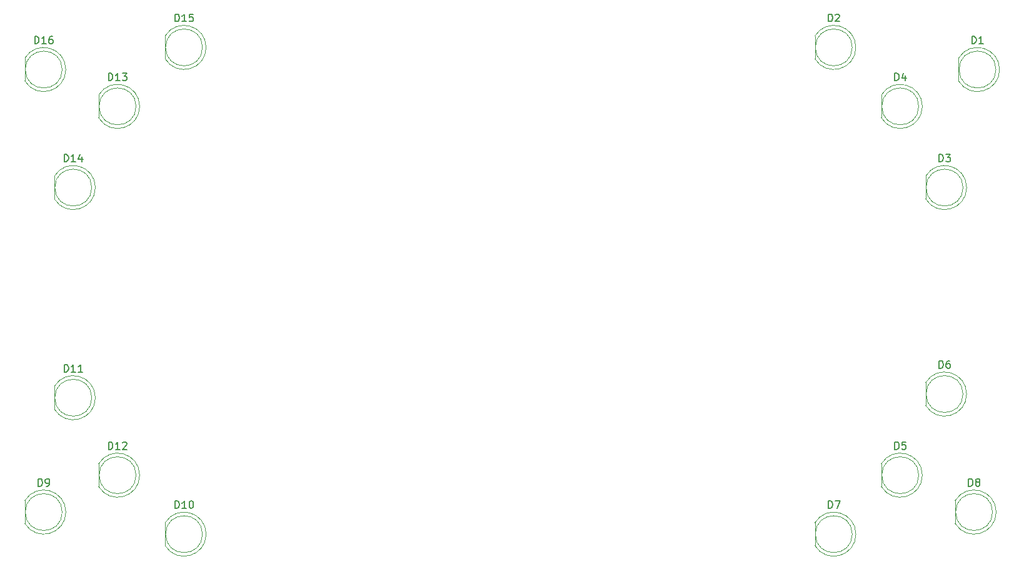
<source format=gbr>
G04 #@! TF.GenerationSoftware,KiCad,Pcbnew,(5.1.5)-3*
G04 #@! TF.CreationDate,2021-05-10T18:35:56+02:00*
G04 #@! TF.ProjectId,kicad,6b696361-642e-46b6-9963-61645f706362,rev?*
G04 #@! TF.SameCoordinates,Original*
G04 #@! TF.FileFunction,Legend,Top*
G04 #@! TF.FilePolarity,Positive*
%FSLAX46Y46*%
G04 Gerber Fmt 4.6, Leading zero omitted, Abs format (unit mm)*
G04 Created by KiCad (PCBNEW (5.1.5)-3) date 2021-05-10 18:35:56*
%MOMM*%
%LPD*%
G04 APERTURE LIST*
%ADD10C,0.120000*%
%ADD11C,0.150000*%
G04 APERTURE END LIST*
D10*
X68460000Y-83455000D02*
X68460000Y-86545000D01*
X73520000Y-85000000D02*
G75*
G03X73520000Y-85000000I-2500000J0D01*
G01*
X74010000Y-84999538D02*
G75*
G02X68460000Y-86544830I-2990000J-462D01*
G01*
X74010000Y-85000462D02*
G75*
G03X68460000Y-83455170I-2990000J462D01*
G01*
X87460000Y-80455000D02*
X87460000Y-83545000D01*
X92520000Y-82000000D02*
G75*
G03X92520000Y-82000000I-2500000J0D01*
G01*
X93010000Y-81999538D02*
G75*
G02X87460000Y-83544830I-2990000J-462D01*
G01*
X93010000Y-82000462D02*
G75*
G03X87460000Y-80455170I-2990000J462D01*
G01*
X72460000Y-99455000D02*
X72460000Y-102545000D01*
X77520000Y-101000000D02*
G75*
G03X77520000Y-101000000I-2500000J0D01*
G01*
X78010000Y-100999538D02*
G75*
G02X72460000Y-102544830I-2990000J-462D01*
G01*
X78010000Y-101000462D02*
G75*
G03X72460000Y-99455170I-2990000J462D01*
G01*
X78460000Y-88455000D02*
X78460000Y-91545000D01*
X83520000Y-90000000D02*
G75*
G03X83520000Y-90000000I-2500000J0D01*
G01*
X84010000Y-89999538D02*
G75*
G02X78460000Y-91544830I-2990000J-462D01*
G01*
X84010000Y-90000462D02*
G75*
G03X78460000Y-88455170I-2990000J462D01*
G01*
X78460000Y-138455000D02*
X78460000Y-141545000D01*
X83520000Y-140000000D02*
G75*
G03X83520000Y-140000000I-2500000J0D01*
G01*
X84010000Y-139999538D02*
G75*
G02X78460000Y-141544830I-2990000J-462D01*
G01*
X84010000Y-140000462D02*
G75*
G03X78460000Y-138455170I-2990000J462D01*
G01*
X72460000Y-127955000D02*
X72460000Y-131045000D01*
X77520000Y-129500000D02*
G75*
G03X77520000Y-129500000I-2500000J0D01*
G01*
X78010000Y-129499538D02*
G75*
G02X72460000Y-131044830I-2990000J-462D01*
G01*
X78010000Y-129500462D02*
G75*
G03X72460000Y-127955170I-2990000J462D01*
G01*
X87460000Y-146455000D02*
X87460000Y-149545000D01*
X92520000Y-148000000D02*
G75*
G03X92520000Y-148000000I-2500000J0D01*
G01*
X93010000Y-147999538D02*
G75*
G02X87460000Y-149544830I-2990000J-462D01*
G01*
X93010000Y-148000462D02*
G75*
G03X87460000Y-146455170I-2990000J462D01*
G01*
X68460000Y-143455000D02*
X68460000Y-146545000D01*
X73520000Y-145000000D02*
G75*
G03X73520000Y-145000000I-2500000J0D01*
G01*
X74010000Y-144999538D02*
G75*
G02X68460000Y-146544830I-2990000J-462D01*
G01*
X74010000Y-145000462D02*
G75*
G03X68460000Y-143455170I-2990000J462D01*
G01*
X194460000Y-143455000D02*
X194460000Y-146545000D01*
X199520000Y-145000000D02*
G75*
G03X199520000Y-145000000I-2500000J0D01*
G01*
X200010000Y-144999538D02*
G75*
G02X194460000Y-146544830I-2990000J-462D01*
G01*
X200010000Y-145000462D02*
G75*
G03X194460000Y-143455170I-2990000J462D01*
G01*
X175460000Y-146455000D02*
X175460000Y-149545000D01*
X180520000Y-148000000D02*
G75*
G03X180520000Y-148000000I-2500000J0D01*
G01*
X181010000Y-147999538D02*
G75*
G02X175460000Y-149544830I-2990000J-462D01*
G01*
X181010000Y-148000462D02*
G75*
G03X175460000Y-146455170I-2990000J462D01*
G01*
X190460000Y-127455000D02*
X190460000Y-130545000D01*
X195520000Y-129000000D02*
G75*
G03X195520000Y-129000000I-2500000J0D01*
G01*
X196010000Y-128999538D02*
G75*
G02X190460000Y-130544830I-2990000J-462D01*
G01*
X196010000Y-129000462D02*
G75*
G03X190460000Y-127455170I-2990000J462D01*
G01*
X184460000Y-138455000D02*
X184460000Y-141545000D01*
X189520000Y-140000000D02*
G75*
G03X189520000Y-140000000I-2500000J0D01*
G01*
X190010000Y-139999538D02*
G75*
G02X184460000Y-141544830I-2990000J-462D01*
G01*
X190010000Y-140000462D02*
G75*
G03X184460000Y-138455170I-2990000J462D01*
G01*
X184460000Y-88455000D02*
X184460000Y-91545000D01*
X189520000Y-90000000D02*
G75*
G03X189520000Y-90000000I-2500000J0D01*
G01*
X190010000Y-89999538D02*
G75*
G02X184460000Y-91544830I-2990000J-462D01*
G01*
X190010000Y-90000462D02*
G75*
G03X184460000Y-88455170I-2990000J462D01*
G01*
X190460000Y-99455000D02*
X190460000Y-102545000D01*
X195520000Y-101000000D02*
G75*
G03X195520000Y-101000000I-2500000J0D01*
G01*
X196010000Y-100999538D02*
G75*
G02X190460000Y-102544830I-2990000J-462D01*
G01*
X196010000Y-101000462D02*
G75*
G03X190460000Y-99455170I-2990000J462D01*
G01*
X175460000Y-80455000D02*
X175460000Y-83545000D01*
X180520000Y-82000000D02*
G75*
G03X180520000Y-82000000I-2500000J0D01*
G01*
X181010000Y-81999538D02*
G75*
G02X175460000Y-83544830I-2990000J-462D01*
G01*
X181010000Y-82000462D02*
G75*
G03X175460000Y-80455170I-2990000J462D01*
G01*
X194920000Y-83455000D02*
X194920000Y-86545000D01*
X199980000Y-85000000D02*
G75*
G03X199980000Y-85000000I-2500000J0D01*
G01*
X200470000Y-84999538D02*
G75*
G02X194920000Y-86544830I-2990000J-462D01*
G01*
X200470000Y-85000462D02*
G75*
G03X194920000Y-83455170I-2990000J462D01*
G01*
D11*
X69805714Y-81492380D02*
X69805714Y-80492380D01*
X70043809Y-80492380D01*
X70186666Y-80540000D01*
X70281904Y-80635238D01*
X70329523Y-80730476D01*
X70377142Y-80920952D01*
X70377142Y-81063809D01*
X70329523Y-81254285D01*
X70281904Y-81349523D01*
X70186666Y-81444761D01*
X70043809Y-81492380D01*
X69805714Y-81492380D01*
X71329523Y-81492380D02*
X70758095Y-81492380D01*
X71043809Y-81492380D02*
X71043809Y-80492380D01*
X70948571Y-80635238D01*
X70853333Y-80730476D01*
X70758095Y-80778095D01*
X72186666Y-80492380D02*
X71996190Y-80492380D01*
X71900952Y-80540000D01*
X71853333Y-80587619D01*
X71758095Y-80730476D01*
X71710476Y-80920952D01*
X71710476Y-81301904D01*
X71758095Y-81397142D01*
X71805714Y-81444761D01*
X71900952Y-81492380D01*
X72091428Y-81492380D01*
X72186666Y-81444761D01*
X72234285Y-81397142D01*
X72281904Y-81301904D01*
X72281904Y-81063809D01*
X72234285Y-80968571D01*
X72186666Y-80920952D01*
X72091428Y-80873333D01*
X71900952Y-80873333D01*
X71805714Y-80920952D01*
X71758095Y-80968571D01*
X71710476Y-81063809D01*
X88805714Y-78492380D02*
X88805714Y-77492380D01*
X89043809Y-77492380D01*
X89186666Y-77540000D01*
X89281904Y-77635238D01*
X89329523Y-77730476D01*
X89377142Y-77920952D01*
X89377142Y-78063809D01*
X89329523Y-78254285D01*
X89281904Y-78349523D01*
X89186666Y-78444761D01*
X89043809Y-78492380D01*
X88805714Y-78492380D01*
X90329523Y-78492380D02*
X89758095Y-78492380D01*
X90043809Y-78492380D02*
X90043809Y-77492380D01*
X89948571Y-77635238D01*
X89853333Y-77730476D01*
X89758095Y-77778095D01*
X91234285Y-77492380D02*
X90758095Y-77492380D01*
X90710476Y-77968571D01*
X90758095Y-77920952D01*
X90853333Y-77873333D01*
X91091428Y-77873333D01*
X91186666Y-77920952D01*
X91234285Y-77968571D01*
X91281904Y-78063809D01*
X91281904Y-78301904D01*
X91234285Y-78397142D01*
X91186666Y-78444761D01*
X91091428Y-78492380D01*
X90853333Y-78492380D01*
X90758095Y-78444761D01*
X90710476Y-78397142D01*
X73805714Y-97492380D02*
X73805714Y-96492380D01*
X74043809Y-96492380D01*
X74186666Y-96540000D01*
X74281904Y-96635238D01*
X74329523Y-96730476D01*
X74377142Y-96920952D01*
X74377142Y-97063809D01*
X74329523Y-97254285D01*
X74281904Y-97349523D01*
X74186666Y-97444761D01*
X74043809Y-97492380D01*
X73805714Y-97492380D01*
X75329523Y-97492380D02*
X74758095Y-97492380D01*
X75043809Y-97492380D02*
X75043809Y-96492380D01*
X74948571Y-96635238D01*
X74853333Y-96730476D01*
X74758095Y-96778095D01*
X76186666Y-96825714D02*
X76186666Y-97492380D01*
X75948571Y-96444761D02*
X75710476Y-97159047D01*
X76329523Y-97159047D01*
X79805714Y-86492380D02*
X79805714Y-85492380D01*
X80043809Y-85492380D01*
X80186666Y-85540000D01*
X80281904Y-85635238D01*
X80329523Y-85730476D01*
X80377142Y-85920952D01*
X80377142Y-86063809D01*
X80329523Y-86254285D01*
X80281904Y-86349523D01*
X80186666Y-86444761D01*
X80043809Y-86492380D01*
X79805714Y-86492380D01*
X81329523Y-86492380D02*
X80758095Y-86492380D01*
X81043809Y-86492380D02*
X81043809Y-85492380D01*
X80948571Y-85635238D01*
X80853333Y-85730476D01*
X80758095Y-85778095D01*
X81662857Y-85492380D02*
X82281904Y-85492380D01*
X81948571Y-85873333D01*
X82091428Y-85873333D01*
X82186666Y-85920952D01*
X82234285Y-85968571D01*
X82281904Y-86063809D01*
X82281904Y-86301904D01*
X82234285Y-86397142D01*
X82186666Y-86444761D01*
X82091428Y-86492380D01*
X81805714Y-86492380D01*
X81710476Y-86444761D01*
X81662857Y-86397142D01*
X79805714Y-136492380D02*
X79805714Y-135492380D01*
X80043809Y-135492380D01*
X80186666Y-135540000D01*
X80281904Y-135635238D01*
X80329523Y-135730476D01*
X80377142Y-135920952D01*
X80377142Y-136063809D01*
X80329523Y-136254285D01*
X80281904Y-136349523D01*
X80186666Y-136444761D01*
X80043809Y-136492380D01*
X79805714Y-136492380D01*
X81329523Y-136492380D02*
X80758095Y-136492380D01*
X81043809Y-136492380D02*
X81043809Y-135492380D01*
X80948571Y-135635238D01*
X80853333Y-135730476D01*
X80758095Y-135778095D01*
X81710476Y-135587619D02*
X81758095Y-135540000D01*
X81853333Y-135492380D01*
X82091428Y-135492380D01*
X82186666Y-135540000D01*
X82234285Y-135587619D01*
X82281904Y-135682857D01*
X82281904Y-135778095D01*
X82234285Y-135920952D01*
X81662857Y-136492380D01*
X82281904Y-136492380D01*
X73805714Y-125992380D02*
X73805714Y-124992380D01*
X74043809Y-124992380D01*
X74186666Y-125040000D01*
X74281904Y-125135238D01*
X74329523Y-125230476D01*
X74377142Y-125420952D01*
X74377142Y-125563809D01*
X74329523Y-125754285D01*
X74281904Y-125849523D01*
X74186666Y-125944761D01*
X74043809Y-125992380D01*
X73805714Y-125992380D01*
X75329523Y-125992380D02*
X74758095Y-125992380D01*
X75043809Y-125992380D02*
X75043809Y-124992380D01*
X74948571Y-125135238D01*
X74853333Y-125230476D01*
X74758095Y-125278095D01*
X76281904Y-125992380D02*
X75710476Y-125992380D01*
X75996190Y-125992380D02*
X75996190Y-124992380D01*
X75900952Y-125135238D01*
X75805714Y-125230476D01*
X75710476Y-125278095D01*
X88805714Y-144492380D02*
X88805714Y-143492380D01*
X89043809Y-143492380D01*
X89186666Y-143540000D01*
X89281904Y-143635238D01*
X89329523Y-143730476D01*
X89377142Y-143920952D01*
X89377142Y-144063809D01*
X89329523Y-144254285D01*
X89281904Y-144349523D01*
X89186666Y-144444761D01*
X89043809Y-144492380D01*
X88805714Y-144492380D01*
X90329523Y-144492380D02*
X89758095Y-144492380D01*
X90043809Y-144492380D02*
X90043809Y-143492380D01*
X89948571Y-143635238D01*
X89853333Y-143730476D01*
X89758095Y-143778095D01*
X90948571Y-143492380D02*
X91043809Y-143492380D01*
X91139047Y-143540000D01*
X91186666Y-143587619D01*
X91234285Y-143682857D01*
X91281904Y-143873333D01*
X91281904Y-144111428D01*
X91234285Y-144301904D01*
X91186666Y-144397142D01*
X91139047Y-144444761D01*
X91043809Y-144492380D01*
X90948571Y-144492380D01*
X90853333Y-144444761D01*
X90805714Y-144397142D01*
X90758095Y-144301904D01*
X90710476Y-144111428D01*
X90710476Y-143873333D01*
X90758095Y-143682857D01*
X90805714Y-143587619D01*
X90853333Y-143540000D01*
X90948571Y-143492380D01*
X70281904Y-141492380D02*
X70281904Y-140492380D01*
X70520000Y-140492380D01*
X70662857Y-140540000D01*
X70758095Y-140635238D01*
X70805714Y-140730476D01*
X70853333Y-140920952D01*
X70853333Y-141063809D01*
X70805714Y-141254285D01*
X70758095Y-141349523D01*
X70662857Y-141444761D01*
X70520000Y-141492380D01*
X70281904Y-141492380D01*
X71329523Y-141492380D02*
X71520000Y-141492380D01*
X71615238Y-141444761D01*
X71662857Y-141397142D01*
X71758095Y-141254285D01*
X71805714Y-141063809D01*
X71805714Y-140682857D01*
X71758095Y-140587619D01*
X71710476Y-140540000D01*
X71615238Y-140492380D01*
X71424761Y-140492380D01*
X71329523Y-140540000D01*
X71281904Y-140587619D01*
X71234285Y-140682857D01*
X71234285Y-140920952D01*
X71281904Y-141016190D01*
X71329523Y-141063809D01*
X71424761Y-141111428D01*
X71615238Y-141111428D01*
X71710476Y-141063809D01*
X71758095Y-141016190D01*
X71805714Y-140920952D01*
X196281904Y-141492380D02*
X196281904Y-140492380D01*
X196520000Y-140492380D01*
X196662857Y-140540000D01*
X196758095Y-140635238D01*
X196805714Y-140730476D01*
X196853333Y-140920952D01*
X196853333Y-141063809D01*
X196805714Y-141254285D01*
X196758095Y-141349523D01*
X196662857Y-141444761D01*
X196520000Y-141492380D01*
X196281904Y-141492380D01*
X197424761Y-140920952D02*
X197329523Y-140873333D01*
X197281904Y-140825714D01*
X197234285Y-140730476D01*
X197234285Y-140682857D01*
X197281904Y-140587619D01*
X197329523Y-140540000D01*
X197424761Y-140492380D01*
X197615238Y-140492380D01*
X197710476Y-140540000D01*
X197758095Y-140587619D01*
X197805714Y-140682857D01*
X197805714Y-140730476D01*
X197758095Y-140825714D01*
X197710476Y-140873333D01*
X197615238Y-140920952D01*
X197424761Y-140920952D01*
X197329523Y-140968571D01*
X197281904Y-141016190D01*
X197234285Y-141111428D01*
X197234285Y-141301904D01*
X197281904Y-141397142D01*
X197329523Y-141444761D01*
X197424761Y-141492380D01*
X197615238Y-141492380D01*
X197710476Y-141444761D01*
X197758095Y-141397142D01*
X197805714Y-141301904D01*
X197805714Y-141111428D01*
X197758095Y-141016190D01*
X197710476Y-140968571D01*
X197615238Y-140920952D01*
X177281904Y-144492380D02*
X177281904Y-143492380D01*
X177520000Y-143492380D01*
X177662857Y-143540000D01*
X177758095Y-143635238D01*
X177805714Y-143730476D01*
X177853333Y-143920952D01*
X177853333Y-144063809D01*
X177805714Y-144254285D01*
X177758095Y-144349523D01*
X177662857Y-144444761D01*
X177520000Y-144492380D01*
X177281904Y-144492380D01*
X178186666Y-143492380D02*
X178853333Y-143492380D01*
X178424761Y-144492380D01*
X192281904Y-125492380D02*
X192281904Y-124492380D01*
X192520000Y-124492380D01*
X192662857Y-124540000D01*
X192758095Y-124635238D01*
X192805714Y-124730476D01*
X192853333Y-124920952D01*
X192853333Y-125063809D01*
X192805714Y-125254285D01*
X192758095Y-125349523D01*
X192662857Y-125444761D01*
X192520000Y-125492380D01*
X192281904Y-125492380D01*
X193710476Y-124492380D02*
X193520000Y-124492380D01*
X193424761Y-124540000D01*
X193377142Y-124587619D01*
X193281904Y-124730476D01*
X193234285Y-124920952D01*
X193234285Y-125301904D01*
X193281904Y-125397142D01*
X193329523Y-125444761D01*
X193424761Y-125492380D01*
X193615238Y-125492380D01*
X193710476Y-125444761D01*
X193758095Y-125397142D01*
X193805714Y-125301904D01*
X193805714Y-125063809D01*
X193758095Y-124968571D01*
X193710476Y-124920952D01*
X193615238Y-124873333D01*
X193424761Y-124873333D01*
X193329523Y-124920952D01*
X193281904Y-124968571D01*
X193234285Y-125063809D01*
X186281904Y-136492380D02*
X186281904Y-135492380D01*
X186520000Y-135492380D01*
X186662857Y-135540000D01*
X186758095Y-135635238D01*
X186805714Y-135730476D01*
X186853333Y-135920952D01*
X186853333Y-136063809D01*
X186805714Y-136254285D01*
X186758095Y-136349523D01*
X186662857Y-136444761D01*
X186520000Y-136492380D01*
X186281904Y-136492380D01*
X187758095Y-135492380D02*
X187281904Y-135492380D01*
X187234285Y-135968571D01*
X187281904Y-135920952D01*
X187377142Y-135873333D01*
X187615238Y-135873333D01*
X187710476Y-135920952D01*
X187758095Y-135968571D01*
X187805714Y-136063809D01*
X187805714Y-136301904D01*
X187758095Y-136397142D01*
X187710476Y-136444761D01*
X187615238Y-136492380D01*
X187377142Y-136492380D01*
X187281904Y-136444761D01*
X187234285Y-136397142D01*
X186281904Y-86492380D02*
X186281904Y-85492380D01*
X186520000Y-85492380D01*
X186662857Y-85540000D01*
X186758095Y-85635238D01*
X186805714Y-85730476D01*
X186853333Y-85920952D01*
X186853333Y-86063809D01*
X186805714Y-86254285D01*
X186758095Y-86349523D01*
X186662857Y-86444761D01*
X186520000Y-86492380D01*
X186281904Y-86492380D01*
X187710476Y-85825714D02*
X187710476Y-86492380D01*
X187472380Y-85444761D02*
X187234285Y-86159047D01*
X187853333Y-86159047D01*
X192281904Y-97492380D02*
X192281904Y-96492380D01*
X192520000Y-96492380D01*
X192662857Y-96540000D01*
X192758095Y-96635238D01*
X192805714Y-96730476D01*
X192853333Y-96920952D01*
X192853333Y-97063809D01*
X192805714Y-97254285D01*
X192758095Y-97349523D01*
X192662857Y-97444761D01*
X192520000Y-97492380D01*
X192281904Y-97492380D01*
X193186666Y-96492380D02*
X193805714Y-96492380D01*
X193472380Y-96873333D01*
X193615238Y-96873333D01*
X193710476Y-96920952D01*
X193758095Y-96968571D01*
X193805714Y-97063809D01*
X193805714Y-97301904D01*
X193758095Y-97397142D01*
X193710476Y-97444761D01*
X193615238Y-97492380D01*
X193329523Y-97492380D01*
X193234285Y-97444761D01*
X193186666Y-97397142D01*
X177281904Y-78492380D02*
X177281904Y-77492380D01*
X177520000Y-77492380D01*
X177662857Y-77540000D01*
X177758095Y-77635238D01*
X177805714Y-77730476D01*
X177853333Y-77920952D01*
X177853333Y-78063809D01*
X177805714Y-78254285D01*
X177758095Y-78349523D01*
X177662857Y-78444761D01*
X177520000Y-78492380D01*
X177281904Y-78492380D01*
X178234285Y-77587619D02*
X178281904Y-77540000D01*
X178377142Y-77492380D01*
X178615238Y-77492380D01*
X178710476Y-77540000D01*
X178758095Y-77587619D01*
X178805714Y-77682857D01*
X178805714Y-77778095D01*
X178758095Y-77920952D01*
X178186666Y-78492380D01*
X178805714Y-78492380D01*
X196741904Y-81492380D02*
X196741904Y-80492380D01*
X196980000Y-80492380D01*
X197122857Y-80540000D01*
X197218095Y-80635238D01*
X197265714Y-80730476D01*
X197313333Y-80920952D01*
X197313333Y-81063809D01*
X197265714Y-81254285D01*
X197218095Y-81349523D01*
X197122857Y-81444761D01*
X196980000Y-81492380D01*
X196741904Y-81492380D01*
X198265714Y-81492380D02*
X197694285Y-81492380D01*
X197980000Y-81492380D02*
X197980000Y-80492380D01*
X197884761Y-80635238D01*
X197789523Y-80730476D01*
X197694285Y-80778095D01*
M02*

</source>
